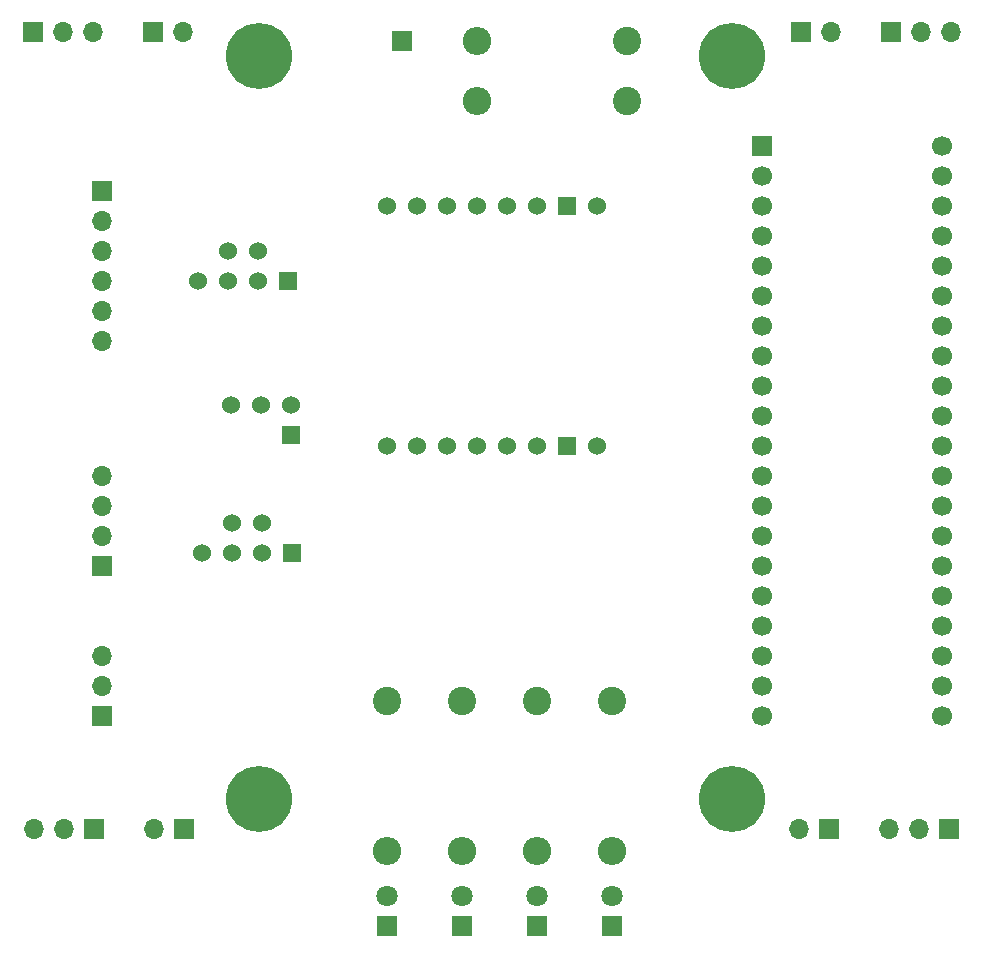
<source format=gbr>
%TF.GenerationSoftware,KiCad,Pcbnew,(5.1.10)-1*%
%TF.CreationDate,2021-12-09T15:29:57+01:00*%
%TF.ProjectId,flight controller,666c6967-6874-4206-936f-6e74726f6c6c,rev?*%
%TF.SameCoordinates,Original*%
%TF.FileFunction,Soldermask,Top*%
%TF.FilePolarity,Negative*%
%FSLAX46Y46*%
G04 Gerber Fmt 4.6, Leading zero omitted, Abs format (unit mm)*
G04 Created by KiCad (PCBNEW (5.1.10)-1) date 2021-12-09 15:29:57*
%MOMM*%
%LPD*%
G01*
G04 APERTURE LIST*
%ADD10C,1.524000*%
%ADD11R,1.524000X1.524000*%
%ADD12C,5.600000*%
%ADD13C,1.800000*%
%ADD14R,1.800000X1.800000*%
%ADD15O,1.700000X1.700000*%
%ADD16R,1.700000X1.700000*%
%ADD17O,2.400000X2.400000*%
%ADD18C,2.400000*%
%ADD19C,1.700000*%
G04 APERTURE END LIST*
D10*
%TO.C,U5*%
X131318000Y-86360000D03*
X128778000Y-86360000D03*
D11*
X133858000Y-88900000D03*
D10*
X131318000Y-88900000D03*
X128778000Y-88900000D03*
X126238000Y-88900000D03*
%TD*%
%TO.C,U4*%
X131699000Y-109347000D03*
X129159000Y-109347000D03*
D11*
X134239000Y-111887000D03*
D10*
X131699000Y-111887000D03*
X129159000Y-111887000D03*
X126619000Y-111887000D03*
%TD*%
D12*
%TO.C,REF\u002A\u002A*%
X171450000Y-132715000D03*
%TD*%
%TO.C,REF\u002A\u002A*%
X131445000Y-132715000D03*
%TD*%
%TO.C,REF\u002A\u002A*%
X171513500Y-69850000D03*
%TD*%
%TO.C,REF\u002A\u002A*%
X131445000Y-69850000D03*
%TD*%
D11*
%TO.C,U6*%
X134175500Y-101917500D03*
D10*
X134175500Y-99377500D03*
X131635500Y-99377500D03*
X129095500Y-99377500D03*
%TD*%
D13*
%TO.C,D1*%
X148590000Y-140970000D03*
D14*
X148590000Y-143510000D03*
%TD*%
D13*
%TO.C,D2*%
X142240000Y-140970000D03*
D14*
X142240000Y-143510000D03*
%TD*%
D13*
%TO.C,D3*%
X154940000Y-140970000D03*
D14*
X154940000Y-143510000D03*
%TD*%
D13*
%TO.C,D4*%
X161290000Y-140970000D03*
D14*
X161290000Y-143510000D03*
%TD*%
D15*
%TO.C,J1*%
X112395000Y-135255000D03*
X114935000Y-135255000D03*
D16*
X117475000Y-135255000D03*
%TD*%
D15*
%TO.C,J2*%
X117411500Y-67818000D03*
X114871500Y-67818000D03*
D16*
X112331500Y-67818000D03*
%TD*%
D15*
%TO.C,J3*%
X125031500Y-67818000D03*
D16*
X122491500Y-67818000D03*
%TD*%
D15*
%TO.C,J4*%
X122555000Y-135255000D03*
D16*
X125095000Y-135255000D03*
%TD*%
D15*
%TO.C,J5*%
X179832000Y-67818000D03*
D16*
X177292000Y-67818000D03*
%TD*%
D15*
%TO.C,J6*%
X189992000Y-67818000D03*
X187452000Y-67818000D03*
D16*
X184912000Y-67818000D03*
%TD*%
D15*
%TO.C,J7*%
X177165000Y-135255000D03*
D16*
X179705000Y-135255000D03*
%TD*%
D15*
%TO.C,J8*%
X184785000Y-135255000D03*
X187325000Y-135255000D03*
D16*
X189865000Y-135255000D03*
%TD*%
D15*
%TO.C,J9*%
X118110000Y-105410000D03*
X118110000Y-107950000D03*
X118110000Y-110490000D03*
D16*
X118110000Y-113030000D03*
%TD*%
D15*
%TO.C,J10*%
X118110000Y-120650000D03*
X118110000Y-123190000D03*
D16*
X118110000Y-125730000D03*
%TD*%
%TO.C,J11*%
X143510000Y-68580000D03*
%TD*%
D17*
%TO.C,R1*%
X148590000Y-137160000D03*
D18*
X148590000Y-124460000D03*
%TD*%
D17*
%TO.C,R2*%
X142240000Y-137160000D03*
D18*
X142240000Y-124460000D03*
%TD*%
D17*
%TO.C,R3*%
X154940000Y-137160000D03*
D18*
X154940000Y-124460000D03*
%TD*%
D17*
%TO.C,R4*%
X161290000Y-137160000D03*
D18*
X161290000Y-124460000D03*
%TD*%
D17*
%TO.C,R5*%
X149860000Y-73660000D03*
D18*
X162560000Y-73660000D03*
%TD*%
D17*
%TO.C,R6*%
X149860000Y-68580000D03*
D18*
X162560000Y-68580000D03*
%TD*%
D19*
%TO.C,U1*%
X173990000Y-125730000D03*
X189230000Y-125730000D03*
X173990000Y-123190000D03*
X189230000Y-123190000D03*
X173990000Y-120650000D03*
X189230000Y-120650000D03*
X173990000Y-118110000D03*
X189230000Y-118110000D03*
X173990000Y-115570000D03*
X189230000Y-115570000D03*
X173990000Y-113030000D03*
X189230000Y-113030000D03*
X173990000Y-110490000D03*
X189230000Y-110490000D03*
X173990000Y-107950000D03*
X189230000Y-107950000D03*
X173990000Y-105410000D03*
X189230000Y-105410000D03*
X173990000Y-102870000D03*
X189230000Y-102870000D03*
X173990000Y-100330000D03*
X189230000Y-100330000D03*
X173990000Y-97790000D03*
X189230000Y-97790000D03*
X173990000Y-95250000D03*
X189230000Y-95250000D03*
X173990000Y-92710000D03*
X189230000Y-92710000D03*
X173990000Y-90170000D03*
X189230000Y-90170000D03*
X173990000Y-87630000D03*
X189230000Y-87630000D03*
X173990000Y-85090000D03*
X189230000Y-85090000D03*
X173990000Y-82550000D03*
X189230000Y-82550000D03*
X173990000Y-80010000D03*
X189230000Y-80010000D03*
D16*
X173990000Y-77470000D03*
D19*
X189230000Y-77470000D03*
%TD*%
D10*
%TO.C,U2*%
X160020000Y-82550000D03*
D11*
X157480000Y-82550000D03*
D10*
X154940000Y-82550000D03*
X142240000Y-82550000D03*
X144780000Y-82550000D03*
X147320000Y-82550000D03*
X149860000Y-82550000D03*
X152400000Y-82550000D03*
%TD*%
D15*
%TO.C,U3*%
X118110000Y-93980000D03*
X118110000Y-91440000D03*
X118110000Y-88900000D03*
X118110000Y-86360000D03*
X118110000Y-83820000D03*
D16*
X118110000Y-81280000D03*
%TD*%
D10*
%TO.C,U7*%
X160020000Y-102870000D03*
D11*
X157480000Y-102870000D03*
D10*
X154940000Y-102870000D03*
X142240000Y-102870000D03*
X144780000Y-102870000D03*
X147320000Y-102870000D03*
X149860000Y-102870000D03*
X152400000Y-102870000D03*
%TD*%
M02*

</source>
